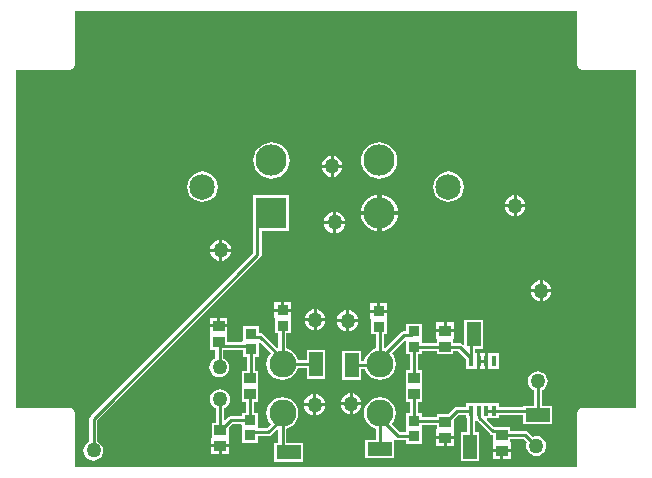
<source format=gbl>
%FSLAX23Y23*%
%MOIN*%
%SFA1B1*%

%IPPOS*%
%ADD14C,0.010000*%
%ADD16R,0.080710X0.045280*%
%ADD18R,0.016540X0.035000*%
%ADD27C,0.090000*%
%ADD28C,0.103940*%
%ADD29C,0.085040*%
%ADD30R,0.103940X0.103940*%
%ADD31C,0.050000*%
%ADD32R,0.045280X0.080710*%
%ADD33R,0.037400X0.033470*%
%ADD34R,0.039370X0.035430*%
%LNegt_can-1*%
%LPD*%
G36*
X1887Y1353D02*
X1889Y1347D01*
X1892Y1342*
X1897Y1339*
X1903Y1337*
X2084*
Y212*
X1903*
X1897Y210*
X1892Y207*
X1889Y202*
X1887Y196*
Y15*
X212*
Y196*
X210Y202*
X207Y207*
X202Y210*
X196Y212*
X15*
Y1337*
X196*
X202Y1339*
X207Y1342*
X210Y1347*
X212Y1353*
Y1534*
X1887*
Y1353*
G37*
%LNegt_can-2*%
%LPC*%
G36*
X1075Y1051D02*
Y1022D01*
X1104*
X1104Y1026*
X1100Y1034*
X1094Y1041*
X1087Y1047*
X1079Y1051*
X1075Y1051*
G37*
G36*
X1065D02*
X1060Y1051D01*
X1052Y1047*
X1045Y1041*
X1039Y1034*
X1035Y1026*
X1035Y1022*
X1065*
Y1051*
G37*
G36*
X1104Y1012D02*
X1075D01*
Y982*
X1079Y982*
X1087Y986*
X1094Y992*
X1100Y999*
X1104Y1007*
X1104Y1012*
G37*
G36*
X1065D02*
X1035D01*
X1035Y1007*
X1039Y999*
X1045Y992*
X1052Y986*
X1060Y982*
X1065Y982*
Y1012*
G37*
G36*
X1228Y1096D02*
X1216Y1095D01*
X1204Y1091*
X1194Y1086*
X1185Y1078*
X1177Y1069*
X1172Y1059*
X1168Y1047*
X1167Y1036*
X1168Y1024*
X1172Y1012*
X1177Y1002*
X1185Y993*
X1194Y985*
X1204Y980*
X1216Y976*
X1228Y975*
X1239Y976*
X1251Y980*
X1261Y985*
X1270Y993*
X1278Y1002*
X1283Y1012*
X1287Y1024*
X1288Y1036*
X1287Y1047*
X1283Y1059*
X1278Y1069*
X1270Y1078*
X1261Y1086*
X1251Y1091*
X1239Y1095*
X1228Y1096*
G37*
G36*
X868D02*
X857Y1095D01*
X845Y1091*
X835Y1086*
X826Y1078*
X818Y1069*
X813Y1059*
X809Y1047*
X808Y1036*
X809Y1024*
X813Y1012*
X818Y1002*
X826Y993*
X835Y985*
X845Y980*
X857Y976*
X868Y975*
X880Y976*
X892Y980*
X902Y985*
X911Y993*
X919Y1002*
X924Y1012*
X928Y1024*
X929Y1036*
X928Y1047*
X924Y1059*
X919Y1069*
X911Y1078*
X902Y1086*
X892Y1091*
X880Y1095*
X868Y1096*
G37*
G36*
X1458Y999D02*
X1445Y997D01*
X1433Y992*
X1422Y984*
X1414Y973*
X1409Y961*
X1407Y948*
X1409Y935*
X1414Y922*
X1422Y912*
X1433Y904*
X1445Y899*
X1458Y897*
X1471Y899*
X1484Y904*
X1494Y912*
X1502Y922*
X1507Y935*
X1509Y948*
X1507Y961*
X1502Y973*
X1494Y984*
X1484Y992*
X1471Y997*
X1458Y999*
G37*
G36*
X638D02*
X625Y997D01*
X613Y992*
X602Y984*
X594Y973*
X589Y961*
X587Y948*
X589Y935*
X594Y922*
X602Y912*
X613Y904*
X625Y899*
X638Y897*
X651Y899*
X663Y904*
X674Y912*
X682Y922*
X687Y935*
X689Y948*
X687Y961*
X682Y973*
X674Y984*
X663Y992*
X651Y997*
X638Y999*
G37*
G36*
X1685Y919D02*
Y890D01*
X1714*
X1714Y894*
X1710Y902*
X1704Y909*
X1697Y915*
X1689Y919*
X1685Y919*
G37*
G36*
X1675D02*
X1670Y919D01*
X1662Y915*
X1655Y909*
X1649Y902*
X1645Y894*
X1645Y890*
X1675*
Y919*
G37*
G36*
X1235Y922D02*
Y868D01*
X1289*
X1289Y872*
X1285Y884*
X1279Y895*
X1272Y904*
X1262Y912*
X1251Y918*
X1240Y921*
X1235Y922*
G37*
G36*
X1220D02*
X1215Y921D01*
X1204Y918*
X1193Y912*
X1183Y904*
X1176Y895*
X1170Y884*
X1166Y872*
X1166Y868*
X1220*
Y922*
G37*
G36*
X1714Y880D02*
X1685D01*
Y850*
X1689Y850*
X1697Y854*
X1704Y860*
X1710Y867*
X1714Y875*
X1714Y880*
G37*
G36*
X1675D02*
X1645D01*
X1645Y875*
X1649Y867*
X1655Y860*
X1662Y854*
X1670Y850*
X1675Y850*
Y880*
G37*
G36*
X1084Y863D02*
Y834D01*
X1113*
X1113Y838*
X1109Y846*
X1103Y853*
X1096Y859*
X1088Y863*
X1084Y863*
G37*
G36*
X1074D02*
X1069Y863D01*
X1061Y859*
X1054Y853*
X1048Y846*
X1044Y838*
X1044Y834*
X1074*
Y863*
G37*
G36*
X1289Y853D02*
X1235D01*
Y799*
X1240Y799*
X1251Y803*
X1262Y809*
X1272Y816*
X1279Y826*
X1285Y836*
X1289Y848*
X1289Y853*
G37*
G36*
X1220D02*
X1166D01*
X1166Y848*
X1170Y836*
X1176Y826*
X1183Y816*
X1193Y809*
X1204Y803*
X1215Y799*
X1220Y799*
Y853*
G37*
G36*
X1113Y824D02*
X1084D01*
Y794*
X1088Y794*
X1096Y798*
X1103Y804*
X1109Y811*
X1113Y819*
X1113Y824*
G37*
G36*
X1074D02*
X1044D01*
X1044Y819*
X1048Y811*
X1054Y804*
X1061Y798*
X1069Y794*
X1074Y794*
Y824*
G37*
G36*
X704Y771D02*
Y742D01*
X733*
X733Y746*
X729Y754*
X723Y761*
X716Y767*
X708Y771*
X704Y771*
G37*
G36*
X694D02*
X689Y771D01*
X681Y767*
X674Y761*
X668Y754*
X664Y746*
X664Y742*
X694*
Y771*
G37*
G36*
X733Y732D02*
X704D01*
Y702*
X708Y702*
X716Y706*
X723Y712*
X729Y719*
X733Y727*
X733Y732*
G37*
G36*
X694D02*
X664D01*
X664Y727*
X668Y719*
X674Y712*
X681Y706*
X689Y702*
X694Y702*
Y732*
G37*
G36*
X1772Y636D02*
Y607D01*
X1801*
X1801Y611*
X1797Y619*
X1791Y626*
X1784Y632*
X1776Y636*
X1772Y636*
G37*
G36*
X1762D02*
X1757Y636D01*
X1749Y632*
X1742Y626*
X1736Y619*
X1732Y611*
X1732Y607*
X1762*
Y636*
G37*
G36*
X1801Y597D02*
X1772D01*
Y567*
X1776Y567*
X1784Y571*
X1791Y577*
X1797Y584*
X1801Y592*
X1801Y597*
G37*
G36*
X1762D02*
X1732D01*
X1732Y592*
X1736Y584*
X1742Y577*
X1749Y571*
X1757Y567*
X1762Y567*
Y597*
G37*
G36*
X934Y563D02*
X911D01*
Y541*
X934*
Y563*
G37*
G36*
X901D02*
X877D01*
Y541*
X901*
Y563*
G37*
G36*
X1254Y560D02*
X1231D01*
Y538*
X1254*
Y560*
G37*
G36*
X1221D02*
X1197D01*
Y538*
X1221*
Y560*
G37*
G36*
X1019Y539D02*
Y510D01*
X1048*
X1048Y514*
X1044Y522*
X1038Y529*
X1031Y535*
X1023Y539*
X1019Y539*
G37*
G36*
X1009D02*
X1004Y539D01*
X996Y535*
X989Y529*
X983Y522*
X979Y514*
X979Y510*
X1009*
Y539*
G37*
G36*
X1127Y536D02*
Y507D01*
X1156*
X1156Y511*
X1152Y519*
X1146Y526*
X1139Y532*
X1131Y536*
X1127Y536*
G37*
G36*
X1117D02*
X1112Y536D01*
X1104Y532*
X1097Y526*
X1091Y519*
X1087Y511*
X1087Y507*
X1117*
Y536*
G37*
G36*
X721Y512D02*
X697D01*
Y489*
X721*
Y512*
G37*
G36*
X687D02*
X662D01*
Y489*
X687*
Y512*
G37*
G36*
X1476Y496D02*
X1452D01*
Y473*
X1476*
Y496*
G37*
G36*
X1442D02*
X1417D01*
Y473*
X1442*
Y496*
G37*
G36*
X1048Y500D02*
X1019D01*
Y470*
X1023Y470*
X1031Y474*
X1038Y480*
X1044Y487*
X1048Y495*
X1048Y500*
G37*
G36*
X1009D02*
X979D01*
X979Y495*
X983Y487*
X989Y480*
X996Y474*
X1004Y470*
X1009Y470*
Y500*
G37*
G36*
X1156Y497D02*
X1127D01*
Y467*
X1131Y467*
X1139Y471*
X1146Y477*
X1152Y484*
X1156Y492*
X1156Y497*
G37*
G36*
X1117D02*
X1087D01*
X1087Y492*
X1091Y484*
X1097Y477*
X1104Y471*
X1112Y467*
X1117Y467*
Y497*
G37*
G36*
X934Y531D02*
X906D01*
X877*
Y509*
X879*
Y460*
X891*
Y412*
X886Y410*
X840Y456*
X836Y459*
X831Y460*
X825*
Y483*
X772*
Y437*
Y433*
X768Y431*
X719*
Y456*
X721*
Y479*
X692*
X662*
Y456*
X664*
Y405*
X681*
Y377*
X678Y375*
X671Y370*
X666Y363*
X662Y355*
X661Y347*
X662Y338*
X666Y330*
X671Y323*
X678Y318*
X686Y314*
X695Y313*
X703Y314*
X711Y318*
X718Y323*
X723Y330*
X727Y338*
X728Y347*
X727Y355*
X723Y363*
X718Y370*
X711Y375*
X708Y377*
Y405*
X772*
Y382*
X785*
Y335*
X769*
Y287*
Y283*
Y278*
Y230*
X783*
Y195*
X771*
Y183*
X733*
X728Y182*
X724Y179*
X714Y170*
X710Y172*
Y209*
X713Y211*
X720Y216*
X725Y223*
X729Y231*
X730Y240*
X729Y248*
X725Y256*
X720Y263*
X713Y268*
X705Y272*
X697Y273*
X688Y272*
X680Y268*
X673Y263*
X668Y256*
X664Y248*
X663Y240*
X664Y231*
X668Y223*
X673Y216*
X680Y211*
X683Y209*
Y162*
X670*
Y111*
X668*
Y89*
X698*
X727*
Y111*
X725*
Y144*
X738Y157*
X767*
X771Y153*
Y145*
Y140*
Y94*
X824*
Y117*
X858*
X863Y118*
X867Y121*
X886Y141*
X891Y138*
Y93*
X877*
Y32*
X974*
Y93*
X918*
Y141*
X918Y141*
X931Y146*
X942Y155*
X951Y166*
X956Y179*
X958Y193*
X956Y206*
X951Y219*
X942Y230*
X931Y239*
X918Y244*
X905Y246*
X891Y244*
X878Y239*
X867Y230*
X858Y219*
X853Y206*
X851Y193*
X853Y179*
X858Y166*
X865Y157*
X852Y144*
X829*
X824Y145*
Y149*
Y195*
X810*
Y230*
X824*
Y278*
Y282*
Y287*
Y335*
X812*
Y382*
X825*
Y426*
X830Y428*
X865Y393*
X858Y384*
X853Y371*
X851Y358*
X853Y344*
X858Y331*
X867Y320*
X878Y311*
X891Y306*
X905Y304*
X918Y306*
X931Y311*
X942Y320*
X951Y331*
X956Y344*
X956Y344*
X985*
Y307*
X1046*
Y404*
X985*
Y371*
X956*
X956Y371*
X951Y384*
X942Y395*
X931Y404*
X918Y409*
X918Y409*
Y460*
X932*
Y509*
X934*
Y531*
G37*
G36*
X1603Y395D02*
X1589D01*
Y367*
Y340*
X1603*
Y342*
X1626*
Y393*
X1603*
Y395*
G37*
G36*
X1579D02*
X1564D01*
Y367*
Y340*
X1579*
Y367*
Y395*
G37*
G36*
X1226Y533D02*
D01*
Y528*
X1197*
Y506*
X1199*
Y457*
X1216*
Y409*
X1216Y409*
X1203Y404*
X1192Y395*
X1183Y384*
X1178Y371*
X1177Y367*
X1165*
Y402*
X1104*
Y305*
X1165*
Y341*
X1179*
X1183Y331*
X1192Y320*
X1203Y311*
X1216Y306*
X1230Y304*
X1243Y306*
X1256Y311*
X1267Y320*
X1276Y331*
X1281Y344*
X1283Y358*
X1281Y371*
X1276Y384*
X1269Y393*
X1312Y436*
X1317Y434*
Y390*
X1330*
Y337*
X1316*
Y289*
Y285*
Y280*
Y232*
X1330*
Y193*
X1317*
Y147*
Y143*
Y138*
Y130*
X1296*
X1269Y157*
X1276Y166*
X1281Y179*
X1283Y193*
X1281Y206*
X1276Y219*
X1267Y230*
X1256Y239*
X1243Y244*
X1230Y246*
X1216Y244*
X1203Y239*
X1192Y230*
X1183Y219*
X1178Y206*
X1176Y193*
X1178Y179*
X1183Y166*
X1192Y155*
X1203Y146*
X1216Y141*
X1216Y141*
Y105*
X1180*
Y44*
X1277*
Y100*
Y102*
X1277Y105*
X1280Y107*
X1280Y107*
X1282Y107*
X1285Y105*
X1290Y104*
X1317*
Y92*
X1370*
Y138*
Y142*
Y147*
Y155*
X1420*
Y140*
X1418*
Y117*
X1448*
X1477*
Y140*
X1475*
Y172*
X1491Y188*
X1517*
Y176*
X1520*
Y130*
X1500*
Y33*
X1561*
Y130*
X1546*
Y167*
X1551Y169*
X1552Y169*
X1596Y124*
X1600Y122*
X1605Y121*
X1608*
Y96*
X1606*
Y73*
X1665*
Y96*
X1663*
Y108*
X1708*
X1720Y97*
X1718Y93*
X1717Y85*
X1718Y76*
X1722Y68*
X1727Y61*
X1734Y56*
X1742Y52*
X1751Y51*
X1759Y52*
X1767Y56*
X1774Y61*
X1779Y68*
X1783Y76*
X1784Y85*
X1783Y93*
X1779Y101*
X1774Y108*
X1767Y113*
X1759Y117*
X1751Y118*
X1742Y117*
X1739Y115*
X1723Y130*
X1719Y133*
X1714Y134*
X1663*
Y147*
X1624*
X1623Y147*
X1611*
X1586Y171*
X1588Y176*
X1626*
Y188*
X1706*
Y157*
X1803*
Y218*
X1769*
Y269*
X1772Y271*
X1779Y276*
X1784Y283*
X1788Y291*
X1789Y300*
X1788Y308*
X1784Y316*
X1779Y323*
X1772Y328*
X1764Y332*
X1756Y333*
X1747Y332*
X1739Y328*
X1732Y323*
X1727Y316*
X1723Y308*
X1722Y300*
X1723Y291*
X1727Y283*
X1732Y276*
X1739Y271*
X1742Y269*
Y218*
X1706*
Y215*
X1626*
Y227*
X1517*
Y215*
X1486*
X1481Y214*
X1477Y211*
X1456Y191*
X1420*
Y181*
X1370*
Y193*
X1357*
Y232*
X1371*
Y280*
Y284*
Y289*
Y337*
X1357*
Y390*
X1370*
Y402*
X1419*
Y389*
X1474*
Y402*
X1489*
X1517Y374*
Y342*
X1540*
Y340*
X1554*
Y367*
Y395*
X1546*
Y407*
X1572*
Y504*
X1511*
Y424*
X1506Y422*
X1504Y424*
X1500Y427*
X1495Y428*
X1474*
Y440*
X1476*
Y463*
X1447*
Y468*
Y463*
X1417*
Y440*
X1419*
Y428*
X1374*
X1370Y432*
Y440*
Y445*
Y491*
X1317*
Y468*
X1311*
X1306Y467*
X1302Y464*
X1248Y410*
X1243Y412*
Y457*
X1252*
Y506*
X1254*
Y528*
X1226*
Y533*
G37*
G36*
X1139Y259D02*
Y230D01*
X1168*
X1168Y234*
X1164Y242*
X1158Y249*
X1151Y255*
X1143Y259*
X1139Y259*
G37*
G36*
X1129D02*
X1124Y259D01*
X1116Y255*
X1109Y249*
X1103Y242*
X1099Y234*
X1099Y230*
X1129*
Y259*
G37*
G36*
X1017Y256D02*
Y227D01*
X1046*
X1046Y231*
X1042Y239*
X1036Y246*
X1029Y252*
X1021Y256*
X1017Y256*
G37*
G36*
X1007D02*
X1002Y256D01*
X994Y252*
X987Y246*
X981Y239*
X977Y231*
X977Y227*
X1007*
Y256*
G37*
G36*
X1168Y220D02*
X1139D01*
Y190*
X1143Y190*
X1151Y194*
X1158Y200*
X1164Y207*
X1168Y215*
X1168Y220*
G37*
G36*
X1129D02*
X1099D01*
X1099Y215*
X1103Y207*
X1109Y200*
X1116Y194*
X1124Y190*
X1129Y190*
Y220*
G37*
G36*
X1046Y217D02*
X1017D01*
Y187*
X1021Y187*
X1029Y191*
X1036Y197*
X1042Y204*
X1046Y212*
X1046Y217*
G37*
G36*
X1007D02*
X977D01*
X977Y212*
X981Y204*
X987Y197*
X994Y191*
X1002Y187*
X1007Y187*
Y217*
G37*
G36*
X1477Y107D02*
X1453D01*
Y84*
X1477*
Y107*
G37*
G36*
X1443D02*
X1418D01*
Y84*
X1443*
Y107*
G37*
G36*
X727Y79D02*
X703D01*
Y56*
X727*
Y79*
G37*
G36*
X693D02*
X668D01*
Y56*
X693*
Y79*
G37*
G36*
X1665Y63D02*
X1641D01*
Y40*
X1665*
Y63*
G37*
G36*
X1631D02*
X1606D01*
Y40*
X1631*
Y63*
G37*
G36*
X928Y920D02*
X808D01*
Y815*
X808Y813*
Y727*
X265Y184*
X262Y180*
X261Y175*
Y99*
X258Y97*
X251Y92*
X246Y85*
X242Y77*
X241Y69*
X242Y60*
X246Y52*
X251Y45*
X258Y40*
X266Y36*
X275Y35*
X283Y36*
X291Y40*
X298Y45*
X303Y52*
X307Y60*
X308Y69*
X307Y77*
X303Y85*
X298Y92*
X291Y97*
X288Y99*
Y169*
X831Y712*
X834Y717*
X835Y722*
Y800*
X928*
Y920*
G37*
%LNegt_can-3*%
%LPD*%
G54D14*
X1584Y202D02*
X1610D01*
X695Y347D02*
Y428D01*
X692Y431D02*
X695Y428D01*
X1014Y358D02*
X1016Y356D01*
X905Y358D02*
X1014D01*
X275Y175D02*
X821Y722D01*
X275Y69D02*
Y175D01*
X821Y722D02*
Y813D01*
X868Y860*
X697Y138D02*
X700D01*
X733Y170*
X798*
X697Y138D02*
Y240D01*
X692Y431D02*
X704Y418D01*
X787*
X799Y407*
X905Y67D02*
Y178D01*
Y193*
X858Y131D02*
X905Y178D01*
X809Y131D02*
X858D01*
X798Y119D02*
X809Y131D01*
X797Y171D02*
X798Y170D01*
X797Y171D02*
Y256D01*
Y309D02*
X799Y311D01*
Y407*
X905Y373D02*
Y484D01*
Y358D02*
Y373D01*
Y484D02*
X906Y485D01*
X799Y458D02*
X810Y446D01*
X831*
X905Y373*
X904Y66D02*
X905Y67D01*
X1226Y354D02*
X1230Y358D01*
X1135Y354D02*
X1226D01*
X1714Y121D02*
X1751Y85D01*
X1636Y121D02*
X1714D01*
X1756Y189D02*
Y300D01*
X1755Y188D02*
X1756Y189D01*
X1559Y367D02*
X1584D01*
X1230Y178D02*
Y193D01*
Y358D02*
Y373D01*
X1740Y202D02*
X1755Y188D01*
X1610Y202D02*
X1740D01*
X1533Y84D02*
Y202D01*
X1531Y82D02*
X1533Y84D01*
X1623Y134D02*
X1636Y121D01*
X1605Y134D02*
X1623D01*
X1561Y178D02*
X1605Y134D01*
X1561Y178D02*
Y199D01*
X1559Y202D02*
X1561Y199D01*
X1230Y76D02*
Y178D01*
X1229Y75D02*
X1230Y76D01*
Y178D02*
X1290Y117D01*
X1344*
X1486Y202D02*
X1533D01*
X1449Y165D02*
X1486Y202D01*
X1448Y165D02*
X1449D01*
X1444Y168D02*
X1448Y165D01*
X1344Y168D02*
X1444D01*
X1344D02*
Y258D01*
Y311D02*
Y415D01*
X1533Y377D02*
Y447D01*
Y367D02*
Y377D01*
Y447D02*
X1542Y456D01*
X1447Y415D02*
X1495D01*
X1533Y377*
X1446Y415D02*
X1447Y415D01*
X1344Y415D02*
X1446D01*
X1230Y373D02*
Y478D01*
X1332Y454D02*
X1344Y466D01*
X1311Y454D02*
X1332D01*
X1230Y373D02*
X1311Y454D01*
X1226Y482D02*
X1230Y478D01*
G54D16*
X1229Y75D03*
X1755Y188D03*
X926Y63D03*
G54D18*
X1610Y202D03*
X1584D03*
X1559D03*
X1533D03*
X1610Y367D03*
X1584D03*
X1559D03*
X1533D03*
G54D27*
X905Y358D03*
Y193D03*
X1230Y358D03*
Y193D03*
G54D28*
X868Y1036D03*
X1228D03*
Y860D03*
G54D29*
X638Y948D03*
X1458D03*
G54D30*
X868Y860D03*
G54D31*
X699Y737D03*
X1680Y885D03*
X1070Y1017D03*
X1079Y829D03*
X1122Y502D03*
X1012Y222D03*
X1134Y225D03*
X1014Y505D03*
X1767Y602D03*
X695Y347D03*
X275Y69D03*
X697Y240D03*
X1756Y300D03*
X1751Y85D03*
G54D32*
X1016Y356D03*
X1135Y354D03*
X1531Y82D03*
X1542Y456D03*
G54D33*
X1344Y117D03*
Y168D03*
Y415D03*
Y466D03*
X1226Y533D03*
Y482D03*
X906Y536D03*
Y485D03*
X798Y170D03*
Y119D03*
X799Y458D03*
Y407D03*
G54D34*
X1447Y415D03*
Y468D03*
X1344Y258D03*
Y311D03*
X1448Y112D03*
Y165D03*
X1636Y68D03*
Y121D03*
X698Y137D03*
Y84D03*
X692Y484D03*
Y431D03*
X797Y309D03*
Y256D03*
M02*
</source>
